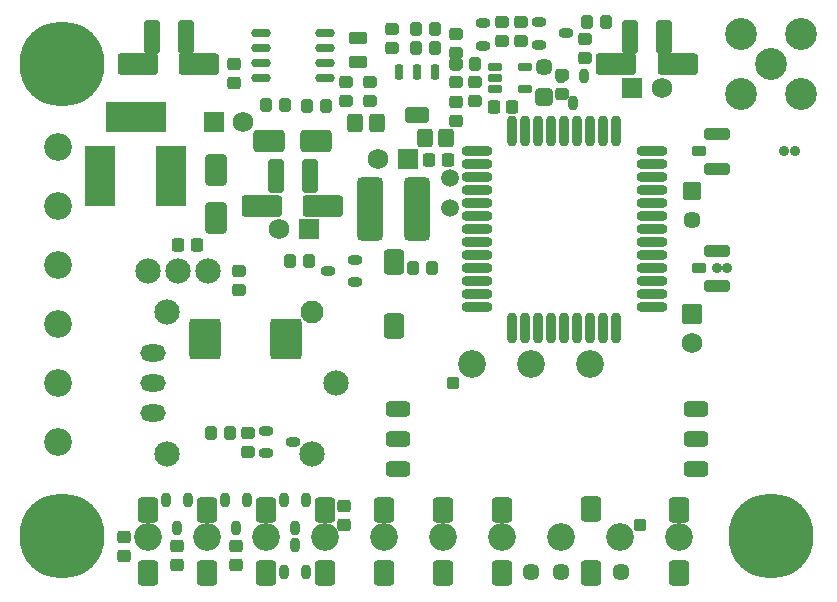
<source format=gts>
%FSLAX44Y44*%
%MOMM*%
G71*
G01*
G75*
G04 Layer_Color=8388736*
G04:AMPARAMS|DCode=10|XSize=1.6mm|YSize=2mm|CornerRadius=0.248mm|HoleSize=0mm|Usage=FLASHONLY|Rotation=180.000|XOffset=0mm|YOffset=0mm|HoleType=Round|Shape=RoundedRectangle|*
%AMROUNDEDRECTD10*
21,1,1.6000,1.5040,0,0,180.0*
21,1,1.1040,2.0000,0,0,180.0*
1,1,0.4960,-0.5520,0.7520*
1,1,0.4960,0.5520,0.7520*
1,1,0.4960,0.5520,-0.7520*
1,1,0.4960,-0.5520,-0.7520*
%
%ADD10ROUNDEDRECTD10*%
G04:AMPARAMS|DCode=11|XSize=1mm|YSize=0.95mm|CornerRadius=0.1995mm|HoleSize=0mm|Usage=FLASHONLY|Rotation=0.000|XOffset=0mm|YOffset=0mm|HoleType=Round|Shape=RoundedRectangle|*
%AMROUNDEDRECTD11*
21,1,1.0000,0.5510,0,0,0.0*
21,1,0.6010,0.9500,0,0,0.0*
1,1,0.3990,0.3005,-0.2755*
1,1,0.3990,-0.3005,-0.2755*
1,1,0.3990,-0.3005,0.2755*
1,1,0.3990,0.3005,0.2755*
%
%ADD11ROUNDEDRECTD11*%
G04:AMPARAMS|DCode=12|XSize=1.05mm|YSize=0.65mm|CornerRadius=0.2015mm|HoleSize=0mm|Usage=FLASHONLY|Rotation=90.000|XOffset=0mm|YOffset=0mm|HoleType=Round|Shape=RoundedRectangle|*
%AMROUNDEDRECTD12*
21,1,1.0500,0.2470,0,0,90.0*
21,1,0.6470,0.6500,0,0,90.0*
1,1,0.4030,0.1235,0.3235*
1,1,0.4030,0.1235,-0.3235*
1,1,0.4030,-0.1235,-0.3235*
1,1,0.4030,-0.1235,0.3235*
%
%ADD12ROUNDEDRECTD12*%
G04:AMPARAMS|DCode=13|XSize=1mm|YSize=0.9mm|CornerRadius=0.198mm|HoleSize=0mm|Usage=FLASHONLY|Rotation=180.000|XOffset=0mm|YOffset=0mm|HoleType=Round|Shape=RoundedRectangle|*
%AMROUNDEDRECTD13*
21,1,1.0000,0.5040,0,0,180.0*
21,1,0.6040,0.9000,0,0,180.0*
1,1,0.3960,-0.3020,0.2520*
1,1,0.3960,0.3020,0.2520*
1,1,0.3960,0.3020,-0.2520*
1,1,0.3960,-0.3020,-0.2520*
%
%ADD13ROUNDEDRECTD13*%
G04:AMPARAMS|DCode=14|XSize=1.05mm|YSize=0.65mm|CornerRadius=0.2015mm|HoleSize=0mm|Usage=FLASHONLY|Rotation=180.000|XOffset=0mm|YOffset=0mm|HoleType=Round|Shape=RoundedRectangle|*
%AMROUNDEDRECTD14*
21,1,1.0500,0.2470,0,0,180.0*
21,1,0.6470,0.6500,0,0,180.0*
1,1,0.4030,-0.3235,0.1235*
1,1,0.4030,0.3235,0.1235*
1,1,0.4030,0.3235,-0.1235*
1,1,0.4030,-0.3235,-0.1235*
%
%ADD14ROUNDEDRECTD14*%
G04:AMPARAMS|DCode=15|XSize=1mm|YSize=0.9mm|CornerRadius=0.198mm|HoleSize=0mm|Usage=FLASHONLY|Rotation=90.000|XOffset=0mm|YOffset=0mm|HoleType=Round|Shape=RoundedRectangle|*
%AMROUNDEDRECTD15*
21,1,1.0000,0.5040,0,0,90.0*
21,1,0.6040,0.9000,0,0,90.0*
1,1,0.3960,0.2520,0.3020*
1,1,0.3960,0.2520,-0.3020*
1,1,0.3960,-0.2520,-0.3020*
1,1,0.3960,-0.2520,0.3020*
%
%ADD15ROUNDEDRECTD15*%
G04:AMPARAMS|DCode=16|XSize=3.3mm|YSize=2.5mm|CornerRadius=0.2mm|HoleSize=0mm|Usage=FLASHONLY|Rotation=270.000|XOffset=0mm|YOffset=0mm|HoleType=Round|Shape=RoundedRectangle|*
%AMROUNDEDRECTD16*
21,1,3.3000,2.1000,0,0,270.0*
21,1,2.9000,2.5000,0,0,270.0*
1,1,0.4000,-1.0500,-1.4500*
1,1,0.4000,-1.0500,1.4500*
1,1,0.4000,1.0500,1.4500*
1,1,0.4000,1.0500,-1.4500*
%
%ADD16ROUNDEDRECTD16*%
G04:AMPARAMS|DCode=17|XSize=1.45mm|YSize=1.15mm|CornerRadius=0.2013mm|HoleSize=0mm|Usage=FLASHONLY|Rotation=270.000|XOffset=0mm|YOffset=0mm|HoleType=Round|Shape=RoundedRectangle|*
%AMROUNDEDRECTD17*
21,1,1.4500,0.7475,0,0,270.0*
21,1,1.0475,1.1500,0,0,270.0*
1,1,0.4025,-0.3738,-0.5238*
1,1,0.4025,-0.3738,0.5238*
1,1,0.4025,0.3738,0.5238*
1,1,0.4025,0.3738,-0.5238*
%
%ADD17ROUNDEDRECTD17*%
G04:AMPARAMS|DCode=18|XSize=1.2mm|YSize=0.6mm|CornerRadius=0.201mm|HoleSize=0mm|Usage=FLASHONLY|Rotation=270.000|XOffset=0mm|YOffset=0mm|HoleType=Round|Shape=RoundedRectangle|*
%AMROUNDEDRECTD18*
21,1,1.2000,0.1980,0,0,270.0*
21,1,0.7980,0.6000,0,0,270.0*
1,1,0.4020,-0.0990,-0.3990*
1,1,0.4020,-0.0990,0.3990*
1,1,0.4020,0.0990,0.3990*
1,1,0.4020,0.0990,-0.3990*
%
%ADD18ROUNDEDRECTD18*%
G04:AMPARAMS|DCode=19|XSize=1.9mm|YSize=1.2mm|CornerRadius=0.198mm|HoleSize=0mm|Usage=FLASHONLY|Rotation=0.000|XOffset=0mm|YOffset=0mm|HoleType=Round|Shape=RoundedRectangle|*
%AMROUNDEDRECTD19*
21,1,1.9000,0.8040,0,0,0.0*
21,1,1.5040,1.2000,0,0,0.0*
1,1,0.3960,0.7520,-0.4020*
1,1,0.3960,-0.7520,-0.4020*
1,1,0.3960,-0.7520,0.4020*
1,1,0.3960,0.7520,0.4020*
%
%ADD19ROUNDEDRECTD19*%
G04:AMPARAMS|DCode=20|XSize=2.5mm|YSize=1.7mm|CornerRadius=0.204mm|HoleSize=0mm|Usage=FLASHONLY|Rotation=270.000|XOffset=0mm|YOffset=0mm|HoleType=Round|Shape=RoundedRectangle|*
%AMROUNDEDRECTD20*
21,1,2.5000,1.2920,0,0,270.0*
21,1,2.0920,1.7000,0,0,270.0*
1,1,0.4080,-0.6460,-1.0460*
1,1,0.4080,-0.6460,1.0460*
1,1,0.4080,0.6460,1.0460*
1,1,0.4080,0.6460,-1.0460*
%
%ADD20ROUNDEDRECTD20*%
G04:AMPARAMS|DCode=21|XSize=2.7mm|YSize=1.2mm|CornerRadius=0.21mm|HoleSize=0mm|Usage=FLASHONLY|Rotation=90.000|XOffset=0mm|YOffset=0mm|HoleType=Round|Shape=RoundedRectangle|*
%AMROUNDEDRECTD21*
21,1,2.7000,0.7800,0,0,90.0*
21,1,2.2800,1.2000,0,0,90.0*
1,1,0.4200,0.3900,1.1400*
1,1,0.4200,0.3900,-1.1400*
1,1,0.4200,-0.3900,-1.1400*
1,1,0.4200,-0.3900,1.1400*
%
%ADD21ROUNDEDRECTD21*%
G04:AMPARAMS|DCode=22|XSize=1mm|YSize=0.95mm|CornerRadius=0.1995mm|HoleSize=0mm|Usage=FLASHONLY|Rotation=270.000|XOffset=0mm|YOffset=0mm|HoleType=Round|Shape=RoundedRectangle|*
%AMROUNDEDRECTD22*
21,1,1.0000,0.5510,0,0,270.0*
21,1,0.6010,0.9500,0,0,270.0*
1,1,0.3990,-0.2755,-0.3005*
1,1,0.3990,-0.2755,0.3005*
1,1,0.3990,0.2755,0.3005*
1,1,0.3990,0.2755,-0.3005*
%
%ADD22ROUNDEDRECTD22*%
G04:AMPARAMS|DCode=23|XSize=0.7mm|YSize=1mm|CornerRadius=0.175mm|HoleSize=0mm|Usage=FLASHONLY|Rotation=90.000|XOffset=0mm|YOffset=0mm|HoleType=Round|Shape=RoundedRectangle|*
%AMROUNDEDRECTD23*
21,1,0.7000,0.6500,0,0,90.0*
21,1,0.3500,1.0000,0,0,90.0*
1,1,0.3500,0.3250,0.1750*
1,1,0.3500,0.3250,-0.1750*
1,1,0.3500,-0.3250,-0.1750*
1,1,0.3500,-0.3250,0.1750*
%
%ADD23ROUNDEDRECTD23*%
G04:AMPARAMS|DCode=24|XSize=0.8mm|YSize=2mm|CornerRadius=0.2mm|HoleSize=0mm|Usage=FLASHONLY|Rotation=90.000|XOffset=0mm|YOffset=0mm|HoleType=Round|Shape=RoundedRectangle|*
%AMROUNDEDRECTD24*
21,1,0.8000,1.6000,0,0,90.0*
21,1,0.4000,2.0000,0,0,90.0*
1,1,0.4000,0.8000,0.2000*
1,1,0.4000,0.8000,-0.2000*
1,1,0.4000,-0.8000,-0.2000*
1,1,0.4000,-0.8000,0.2000*
%
%ADD24ROUNDEDRECTD24*%
G04:AMPARAMS|DCode=25|XSize=1.45mm|YSize=0.95mm|CornerRadius=0.1995mm|HoleSize=0mm|Usage=FLASHONLY|Rotation=0.000|XOffset=0mm|YOffset=0mm|HoleType=Round|Shape=RoundedRectangle|*
%AMROUNDEDRECTD25*
21,1,1.4500,0.5510,0,0,0.0*
21,1,1.0510,0.9500,0,0,0.0*
1,1,0.3990,0.5255,-0.2755*
1,1,0.3990,-0.5255,-0.2755*
1,1,0.3990,-0.5255,0.2755*
1,1,0.3990,0.5255,0.2755*
%
%ADD25ROUNDEDRECTD25*%
%ADD26O,1.5500X0.6000*%
G04:AMPARAMS|DCode=27|XSize=5.2mm|YSize=2mm|CornerRadius=0.25mm|HoleSize=0mm|Usage=FLASHONLY|Rotation=270.000|XOffset=0mm|YOffset=0mm|HoleType=Round|Shape=RoundedRectangle|*
%AMROUNDEDRECTD27*
21,1,5.2000,1.5000,0,0,270.0*
21,1,4.7000,2.0000,0,0,270.0*
1,1,0.5000,-0.7500,-2.3500*
1,1,0.5000,-0.7500,2.3500*
1,1,0.5000,0.7500,2.3500*
1,1,0.5000,0.7500,-2.3500*
%
%ADD27ROUNDEDRECTD27*%
G04:AMPARAMS|DCode=28|XSize=2.5mm|YSize=1.7mm|CornerRadius=0.204mm|HoleSize=0mm|Usage=FLASHONLY|Rotation=180.000|XOffset=0mm|YOffset=0mm|HoleType=Round|Shape=RoundedRectangle|*
%AMROUNDEDRECTD28*
21,1,2.5000,1.2920,0,0,180.0*
21,1,2.0920,1.7000,0,0,180.0*
1,1,0.4080,-1.0460,0.6460*
1,1,0.4080,1.0460,0.6460*
1,1,0.4080,1.0460,-0.6460*
1,1,0.4080,-1.0460,-0.6460*
%
%ADD28ROUNDEDRECTD28*%
G04:AMPARAMS|DCode=29|XSize=3.3mm|YSize=1.65mm|CornerRadius=0.198mm|HoleSize=0mm|Usage=FLASHONLY|Rotation=180.000|XOffset=0mm|YOffset=0mm|HoleType=Round|Shape=RoundedRectangle|*
%AMROUNDEDRECTD29*
21,1,3.3000,1.2540,0,0,180.0*
21,1,2.9040,1.6500,0,0,180.0*
1,1,0.3960,-1.4520,0.6270*
1,1,0.3960,1.4520,0.6270*
1,1,0.3960,1.4520,-0.6270*
1,1,0.3960,-1.4520,-0.6270*
%
%ADD29ROUNDEDRECTD29*%
G04:AMPARAMS|DCode=30|XSize=1.2mm|YSize=2mm|CornerRadius=0.3mm|HoleSize=0mm|Usage=FLASHONLY|Rotation=270.000|XOffset=0mm|YOffset=0mm|HoleType=Round|Shape=RoundedRectangle|*
%AMROUNDEDRECTD30*
21,1,1.2000,1.4000,0,0,270.0*
21,1,0.6000,2.0000,0,0,270.0*
1,1,0.6000,-0.7000,-0.3000*
1,1,0.6000,-0.7000,0.3000*
1,1,0.6000,0.7000,0.3000*
1,1,0.6000,0.7000,-0.3000*
%
%ADD30ROUNDEDRECTD30*%
%ADD31O,2.5000X0.7000*%
%ADD32O,0.7000X2.5000*%
G04:AMPARAMS|DCode=33|XSize=0.67mm|YSize=0.67mm|CornerRadius=0.1508mm|HoleSize=0mm|Usage=FLASHONLY|Rotation=180.000|XOffset=0mm|YOffset=0mm|HoleType=Round|Shape=RoundedRectangle|*
%AMROUNDEDRECTD33*
21,1,0.6700,0.3685,0,0,180.0*
21,1,0.3685,0.6700,0,0,180.0*
1,1,0.3015,-0.1843,0.1843*
1,1,0.3015,0.1843,0.1843*
1,1,0.3015,0.1843,-0.1843*
1,1,0.3015,-0.1843,-0.1843*
%
%ADD33ROUNDEDRECTD33*%
G04:AMPARAMS|DCode=34|XSize=1.1mm|YSize=0.6mm|CornerRadius=0.201mm|HoleSize=0mm|Usage=FLASHONLY|Rotation=0.000|XOffset=0mm|YOffset=0mm|HoleType=Round|Shape=RoundedRectangle|*
%AMROUNDEDRECTD34*
21,1,1.1000,0.1980,0,0,0.0*
21,1,0.6980,0.6000,0,0,0.0*
1,1,0.4020,0.3490,-0.0990*
1,1,0.4020,-0.3490,-0.0990*
1,1,0.4020,-0.3490,0.0990*
1,1,0.4020,0.3490,0.0990*
%
%ADD34ROUNDEDRECTD34*%
%ADD35O,1.5000X0.5000*%
%ADD36O,0.5000X2.5000*%
G04:AMPARAMS|DCode=37|XSize=0.7mm|YSize=1.5mm|CornerRadius=0.175mm|HoleSize=0mm|Usage=FLASHONLY|Rotation=90.000|XOffset=0mm|YOffset=0mm|HoleType=Round|Shape=RoundedRectangle|*
%AMROUNDEDRECTD37*
21,1,0.7000,1.1500,0,0,90.0*
21,1,0.3500,1.5000,0,0,90.0*
1,1,0.3500,0.5750,0.1750*
1,1,0.3500,0.5750,-0.1750*
1,1,0.3500,-0.5750,-0.1750*
1,1,0.3500,-0.5750,0.1750*
%
%ADD37ROUNDEDRECTD37*%
%ADD38O,2.5000X0.5000*%
%ADD39C,0.5000*%
%ADD40C,0.4000*%
%ADD41C,0.8000*%
%ADD42C,0.6000*%
%ADD43C,0.6500*%
%ADD44C,0.2500*%
%ADD45C,0.7000*%
%ADD46C,1.5000*%
%ADD47C,2.0000*%
%ADD48C,2.0000*%
%ADD49C,2.2000*%
%ADD50C,1.3000*%
G04:AMPARAMS|DCode=51|XSize=1.3mm|YSize=1.3mm|CornerRadius=0.325mm|HoleSize=0mm|Usage=FLASHONLY|Rotation=0.000|XOffset=0mm|YOffset=0mm|HoleType=Round|Shape=RoundedRectangle|*
%AMROUNDEDRECTD51*
21,1,1.3000,0.6500,0,0,0.0*
21,1,0.6500,1.3000,0,0,0.0*
1,1,0.6500,0.3250,-0.3250*
1,1,0.6500,-0.3250,-0.3250*
1,1,0.6500,-0.3250,0.3250*
1,1,0.6500,0.3250,0.3250*
%
%ADD51ROUNDEDRECTD51*%
G04:AMPARAMS|DCode=52|XSize=1.3mm|YSize=1.3mm|CornerRadius=0.1625mm|HoleSize=0mm|Usage=FLASHONLY|Rotation=270.000|XOffset=0mm|YOffset=0mm|HoleType=Round|Shape=RoundedRectangle|*
%AMROUNDEDRECTD52*
21,1,1.3000,0.9750,0,0,270.0*
21,1,0.9750,1.3000,0,0,270.0*
1,1,0.3250,-0.4875,-0.4875*
1,1,0.3250,-0.4875,0.4875*
1,1,0.3250,0.4875,0.4875*
1,1,0.3250,0.4875,-0.4875*
%
%ADD52ROUNDEDRECTD52*%
%ADD53R,2.5000X5.0000*%
%ADD54R,5.0000X2.5000*%
%ADD55O,2.0000X1.3000*%
%ADD56R,1.6000X1.6000*%
%ADD57C,1.6000*%
G04:AMPARAMS|DCode=58|XSize=1.6mm|YSize=1.6mm|CornerRadius=0.2mm|HoleSize=0mm|Usage=FLASHONLY|Rotation=270.000|XOffset=0mm|YOffset=0mm|HoleType=Round|Shape=RoundedRectangle|*
%AMROUNDEDRECTD58*
21,1,1.6000,1.2000,0,0,270.0*
21,1,1.2000,1.6000,0,0,270.0*
1,1,0.4000,-0.6000,-0.6000*
1,1,0.4000,-0.6000,0.6000*
1,1,0.4000,0.6000,0.6000*
1,1,0.4000,0.6000,-0.6000*
%
%ADD58ROUNDEDRECTD58*%
%ADD59C,1.8000*%
G04:AMPARAMS|DCode=60|XSize=1.4mm|YSize=1.4mm|CornerRadius=0.175mm|HoleSize=0mm|Usage=FLASHONLY|Rotation=270.000|XOffset=0mm|YOffset=0mm|HoleType=Round|Shape=RoundedRectangle|*
%AMROUNDEDRECTD60*
21,1,1.4000,1.0500,0,0,270.0*
21,1,1.0500,1.4000,0,0,270.0*
1,1,0.3500,-0.5250,-0.5250*
1,1,0.3500,-0.5250,0.5250*
1,1,0.3500,0.5250,0.5250*
1,1,0.3500,0.5250,-0.5250*
%
%ADD60ROUNDEDRECTD60*%
%ADD61C,2.5000*%
G04:AMPARAMS|DCode=62|XSize=1mm|YSize=1mm|CornerRadius=0.25mm|HoleSize=0mm|Usage=FLASHONLY|Rotation=180.000|XOffset=0mm|YOffset=0mm|HoleType=Round|Shape=RoundedRectangle|*
%AMROUNDEDRECTD62*
21,1,1.0000,0.5000,0,0,180.0*
21,1,0.5000,1.0000,0,0,180.0*
1,1,0.5000,-0.2500,0.2500*
1,1,0.5000,0.2500,0.2500*
1,1,0.5000,0.2500,-0.2500*
1,1,0.5000,-0.2500,-0.2500*
%
%ADD62ROUNDEDRECTD62*%
%ADD63C,7.0000*%
%ADD64C,1.0000*%
G04:AMPARAMS|DCode=65|XSize=0.7mm|YSize=2.5mm|CornerRadius=0.175mm|HoleSize=0mm|Usage=FLASHONLY|Rotation=270.000|XOffset=0mm|YOffset=0mm|HoleType=Round|Shape=RoundedRectangle|*
%AMROUNDEDRECTD65*
21,1,0.7000,2.1500,0,0,270.0*
21,1,0.3500,2.5000,0,0,270.0*
1,1,0.3500,-1.0750,-0.1750*
1,1,0.3500,-1.0750,0.1750*
1,1,0.3500,1.0750,0.1750*
1,1,0.3500,1.0750,-0.1750*
%
%ADD65ROUNDEDRECTD65*%
%ADD66C,0.2000*%
%ADD67C,0.3000*%
%ADD68C,0.1500*%
%ADD69C,0.1000*%
%ADD70C,0.2540*%
G04:AMPARAMS|DCode=71|XSize=1.75mm|YSize=2.15mm|CornerRadius=0.323mm|HoleSize=0mm|Usage=FLASHONLY|Rotation=180.000|XOffset=0mm|YOffset=0mm|HoleType=Round|Shape=RoundedRectangle|*
%AMROUNDEDRECTD71*
21,1,1.7500,1.5040,0,0,180.0*
21,1,1.1040,2.1500,0,0,180.0*
1,1,0.6460,-0.5520,0.7520*
1,1,0.6460,0.5520,0.7520*
1,1,0.6460,0.5520,-0.7520*
1,1,0.6460,-0.5520,-0.7520*
%
%ADD71ROUNDEDRECTD71*%
G04:AMPARAMS|DCode=72|XSize=1.15mm|YSize=1.1mm|CornerRadius=0.2745mm|HoleSize=0mm|Usage=FLASHONLY|Rotation=0.000|XOffset=0mm|YOffset=0mm|HoleType=Round|Shape=RoundedRectangle|*
%AMROUNDEDRECTD72*
21,1,1.1500,0.5510,0,0,0.0*
21,1,0.6010,1.1000,0,0,0.0*
1,1,0.5490,0.3005,-0.2755*
1,1,0.5490,-0.3005,-0.2755*
1,1,0.5490,-0.3005,0.2755*
1,1,0.5490,0.3005,0.2755*
%
%ADD72ROUNDEDRECTD72*%
G04:AMPARAMS|DCode=73|XSize=1.2mm|YSize=0.8mm|CornerRadius=0.2765mm|HoleSize=0mm|Usage=FLASHONLY|Rotation=90.000|XOffset=0mm|YOffset=0mm|HoleType=Round|Shape=RoundedRectangle|*
%AMROUNDEDRECTD73*
21,1,1.2000,0.2470,0,0,90.0*
21,1,0.6470,0.8000,0,0,90.0*
1,1,0.5530,0.1235,0.3235*
1,1,0.5530,0.1235,-0.3235*
1,1,0.5530,-0.1235,-0.3235*
1,1,0.5530,-0.1235,0.3235*
%
%ADD73ROUNDEDRECTD73*%
G04:AMPARAMS|DCode=74|XSize=1.15mm|YSize=1.05mm|CornerRadius=0.273mm|HoleSize=0mm|Usage=FLASHONLY|Rotation=180.000|XOffset=0mm|YOffset=0mm|HoleType=Round|Shape=RoundedRectangle|*
%AMROUNDEDRECTD74*
21,1,1.1500,0.5040,0,0,180.0*
21,1,0.6040,1.0500,0,0,180.0*
1,1,0.5460,-0.3020,0.2520*
1,1,0.5460,0.3020,0.2520*
1,1,0.5460,0.3020,-0.2520*
1,1,0.5460,-0.3020,-0.2520*
%
%ADD74ROUNDEDRECTD74*%
G04:AMPARAMS|DCode=75|XSize=1.2mm|YSize=0.8mm|CornerRadius=0.2765mm|HoleSize=0mm|Usage=FLASHONLY|Rotation=180.000|XOffset=0mm|YOffset=0mm|HoleType=Round|Shape=RoundedRectangle|*
%AMROUNDEDRECTD75*
21,1,1.2000,0.2470,0,0,180.0*
21,1,0.6470,0.8000,0,0,180.0*
1,1,0.5530,-0.3235,0.1235*
1,1,0.5530,0.3235,0.1235*
1,1,0.5530,0.3235,-0.1235*
1,1,0.5530,-0.3235,-0.1235*
%
%ADD75ROUNDEDRECTD75*%
G04:AMPARAMS|DCode=76|XSize=1.15mm|YSize=1.05mm|CornerRadius=0.273mm|HoleSize=0mm|Usage=FLASHONLY|Rotation=90.000|XOffset=0mm|YOffset=0mm|HoleType=Round|Shape=RoundedRectangle|*
%AMROUNDEDRECTD76*
21,1,1.1500,0.5040,0,0,90.0*
21,1,0.6040,1.0500,0,0,90.0*
1,1,0.5460,0.2520,0.3020*
1,1,0.5460,0.2520,-0.3020*
1,1,0.5460,-0.2520,-0.3020*
1,1,0.5460,-0.2520,0.3020*
%
%ADD76ROUNDEDRECTD76*%
G04:AMPARAMS|DCode=77|XSize=3.45mm|YSize=2.65mm|CornerRadius=0.275mm|HoleSize=0mm|Usage=FLASHONLY|Rotation=270.000|XOffset=0mm|YOffset=0mm|HoleType=Round|Shape=RoundedRectangle|*
%AMROUNDEDRECTD77*
21,1,3.4500,2.1000,0,0,270.0*
21,1,2.9000,2.6500,0,0,270.0*
1,1,0.5500,-1.0500,-1.4500*
1,1,0.5500,-1.0500,1.4500*
1,1,0.5500,1.0500,1.4500*
1,1,0.5500,1.0500,-1.4500*
%
%ADD77ROUNDEDRECTD77*%
G04:AMPARAMS|DCode=78|XSize=1.6mm|YSize=1.3mm|CornerRadius=0.2763mm|HoleSize=0mm|Usage=FLASHONLY|Rotation=270.000|XOffset=0mm|YOffset=0mm|HoleType=Round|Shape=RoundedRectangle|*
%AMROUNDEDRECTD78*
21,1,1.6000,0.7475,0,0,270.0*
21,1,1.0475,1.3000,0,0,270.0*
1,1,0.5525,-0.3738,-0.5238*
1,1,0.5525,-0.3738,0.5238*
1,1,0.5525,0.3738,0.5238*
1,1,0.5525,0.3738,-0.5238*
%
%ADD78ROUNDEDRECTD78*%
G04:AMPARAMS|DCode=79|XSize=1.35mm|YSize=0.75mm|CornerRadius=0.276mm|HoleSize=0mm|Usage=FLASHONLY|Rotation=270.000|XOffset=0mm|YOffset=0mm|HoleType=Round|Shape=RoundedRectangle|*
%AMROUNDEDRECTD79*
21,1,1.3500,0.1980,0,0,270.0*
21,1,0.7980,0.7500,0,0,270.0*
1,1,0.5520,-0.0990,-0.3990*
1,1,0.5520,-0.0990,0.3990*
1,1,0.5520,0.0990,0.3990*
1,1,0.5520,0.0990,-0.3990*
%
%ADD79ROUNDEDRECTD79*%
G04:AMPARAMS|DCode=80|XSize=2.05mm|YSize=1.35mm|CornerRadius=0.273mm|HoleSize=0mm|Usage=FLASHONLY|Rotation=0.000|XOffset=0mm|YOffset=0mm|HoleType=Round|Shape=RoundedRectangle|*
%AMROUNDEDRECTD80*
21,1,2.0500,0.8040,0,0,0.0*
21,1,1.5040,1.3500,0,0,0.0*
1,1,0.5460,0.7520,-0.4020*
1,1,0.5460,-0.7520,-0.4020*
1,1,0.5460,-0.7520,0.4020*
1,1,0.5460,0.7520,0.4020*
%
%ADD80ROUNDEDRECTD80*%
G04:AMPARAMS|DCode=81|XSize=2.65mm|YSize=1.85mm|CornerRadius=0.279mm|HoleSize=0mm|Usage=FLASHONLY|Rotation=270.000|XOffset=0mm|YOffset=0mm|HoleType=Round|Shape=RoundedRectangle|*
%AMROUNDEDRECTD81*
21,1,2.6500,1.2920,0,0,270.0*
21,1,2.0920,1.8500,0,0,270.0*
1,1,0.5580,-0.6460,-1.0460*
1,1,0.5580,-0.6460,1.0460*
1,1,0.5580,0.6460,1.0460*
1,1,0.5580,0.6460,-1.0460*
%
%ADD81ROUNDEDRECTD81*%
G04:AMPARAMS|DCode=82|XSize=2.85mm|YSize=1.35mm|CornerRadius=0.285mm|HoleSize=0mm|Usage=FLASHONLY|Rotation=90.000|XOffset=0mm|YOffset=0mm|HoleType=Round|Shape=RoundedRectangle|*
%AMROUNDEDRECTD82*
21,1,2.8500,0.7800,0,0,90.0*
21,1,2.2800,1.3500,0,0,90.0*
1,1,0.5700,0.3900,1.1400*
1,1,0.5700,0.3900,-1.1400*
1,1,0.5700,-0.3900,-1.1400*
1,1,0.5700,-0.3900,1.1400*
%
%ADD82ROUNDEDRECTD82*%
G04:AMPARAMS|DCode=83|XSize=1.15mm|YSize=1.1mm|CornerRadius=0.2745mm|HoleSize=0mm|Usage=FLASHONLY|Rotation=270.000|XOffset=0mm|YOffset=0mm|HoleType=Round|Shape=RoundedRectangle|*
%AMROUNDEDRECTD83*
21,1,1.1500,0.5510,0,0,270.0*
21,1,0.6010,1.1000,0,0,270.0*
1,1,0.5490,-0.2755,-0.3005*
1,1,0.5490,-0.2755,0.3005*
1,1,0.5490,0.2755,0.3005*
1,1,0.5490,0.2755,-0.3005*
%
%ADD83ROUNDEDRECTD83*%
G04:AMPARAMS|DCode=84|XSize=0.9032mm|YSize=1.2032mm|CornerRadius=0.2766mm|HoleSize=0mm|Usage=FLASHONLY|Rotation=90.000|XOffset=0mm|YOffset=0mm|HoleType=Round|Shape=RoundedRectangle|*
%AMROUNDEDRECTD84*
21,1,0.9032,0.6500,0,0,90.0*
21,1,0.3500,1.2032,0,0,90.0*
1,1,0.5532,0.3250,0.1750*
1,1,0.5532,0.3250,-0.1750*
1,1,0.5532,-0.3250,-0.1750*
1,1,0.5532,-0.3250,0.1750*
%
%ADD84ROUNDEDRECTD84*%
G04:AMPARAMS|DCode=85|XSize=1.0032mm|YSize=2.2032mm|CornerRadius=0.3016mm|HoleSize=0mm|Usage=FLASHONLY|Rotation=90.000|XOffset=0mm|YOffset=0mm|HoleType=Round|Shape=RoundedRectangle|*
%AMROUNDEDRECTD85*
21,1,1.0032,1.6000,0,0,90.0*
21,1,0.4000,2.2032,0,0,90.0*
1,1,0.6032,0.8000,0.2000*
1,1,0.6032,0.8000,-0.2000*
1,1,0.6032,-0.8000,-0.2000*
1,1,0.6032,-0.8000,0.2000*
%
%ADD85ROUNDEDRECTD85*%
G04:AMPARAMS|DCode=86|XSize=1.55mm|YSize=1.05mm|CornerRadius=0.2495mm|HoleSize=0mm|Usage=FLASHONLY|Rotation=0.000|XOffset=0mm|YOffset=0mm|HoleType=Round|Shape=RoundedRectangle|*
%AMROUNDEDRECTD86*
21,1,1.5500,0.5510,0,0,0.0*
21,1,1.0510,1.0500,0,0,0.0*
1,1,0.4990,0.5255,-0.2755*
1,1,0.4990,-0.5255,-0.2755*
1,1,0.4990,-0.5255,0.2755*
1,1,0.4990,0.5255,0.2755*
%
%ADD86ROUNDEDRECTD86*%
%ADD87O,1.7000X0.7500*%
G04:AMPARAMS|DCode=88|XSize=5.35mm|YSize=2.15mm|CornerRadius=0.325mm|HoleSize=0mm|Usage=FLASHONLY|Rotation=270.000|XOffset=0mm|YOffset=0mm|HoleType=Round|Shape=RoundedRectangle|*
%AMROUNDEDRECTD88*
21,1,5.3500,1.5000,0,0,270.0*
21,1,4.7000,2.1500,0,0,270.0*
1,1,0.6500,-0.7500,-2.3500*
1,1,0.6500,-0.7500,2.3500*
1,1,0.6500,0.7500,2.3500*
1,1,0.6500,0.7500,-2.3500*
%
%ADD88ROUNDEDRECTD88*%
G04:AMPARAMS|DCode=89|XSize=2.65mm|YSize=1.85mm|CornerRadius=0.279mm|HoleSize=0mm|Usage=FLASHONLY|Rotation=180.000|XOffset=0mm|YOffset=0mm|HoleType=Round|Shape=RoundedRectangle|*
%AMROUNDEDRECTD89*
21,1,2.6500,1.2920,0,0,180.0*
21,1,2.0920,1.8500,0,0,180.0*
1,1,0.5580,-1.0460,0.6460*
1,1,0.5580,1.0460,0.6460*
1,1,0.5580,1.0460,-0.6460*
1,1,0.5580,-1.0460,-0.6460*
%
%ADD89ROUNDEDRECTD89*%
G04:AMPARAMS|DCode=90|XSize=3.45mm|YSize=1.8mm|CornerRadius=0.273mm|HoleSize=0mm|Usage=FLASHONLY|Rotation=180.000|XOffset=0mm|YOffset=0mm|HoleType=Round|Shape=RoundedRectangle|*
%AMROUNDEDRECTD90*
21,1,3.4500,1.2540,0,0,180.0*
21,1,2.9040,1.8000,0,0,180.0*
1,1,0.5460,-1.4520,0.6270*
1,1,0.5460,1.4520,0.6270*
1,1,0.5460,1.4520,-0.6270*
1,1,0.5460,-1.4520,-0.6270*
%
%ADD90ROUNDEDRECTD90*%
G04:AMPARAMS|DCode=91|XSize=1.3mm|YSize=2.1mm|CornerRadius=0.35mm|HoleSize=0mm|Usage=FLASHONLY|Rotation=270.000|XOffset=0mm|YOffset=0mm|HoleType=Round|Shape=RoundedRectangle|*
%AMROUNDEDRECTD91*
21,1,1.3000,1.4000,0,0,270.0*
21,1,0.6000,2.1000,0,0,270.0*
1,1,0.7000,-0.7000,-0.3000*
1,1,0.7000,-0.7000,0.3000*
1,1,0.7000,0.7000,0.3000*
1,1,0.7000,0.7000,-0.3000*
%
%ADD91ROUNDEDRECTD91*%
%ADD92O,2.6500X0.8500*%
%ADD93O,0.8500X2.6500*%
G04:AMPARAMS|DCode=94|XSize=0.77mm|YSize=0.77mm|CornerRadius=0.2008mm|HoleSize=0mm|Usage=FLASHONLY|Rotation=180.000|XOffset=0mm|YOffset=0mm|HoleType=Round|Shape=RoundedRectangle|*
%AMROUNDEDRECTD94*
21,1,0.7700,0.3685,0,0,180.0*
21,1,0.3685,0.7700,0,0,180.0*
1,1,0.4015,-0.1843,0.1843*
1,1,0.4015,0.1843,0.1843*
1,1,0.4015,0.1843,-0.1843*
1,1,0.4015,-0.1843,-0.1843*
%
%ADD94ROUNDEDRECTD94*%
G04:AMPARAMS|DCode=95|XSize=1.25mm|YSize=0.75mm|CornerRadius=0.276mm|HoleSize=0mm|Usage=FLASHONLY|Rotation=0.000|XOffset=0mm|YOffset=0mm|HoleType=Round|Shape=RoundedRectangle|*
%AMROUNDEDRECTD95*
21,1,1.2500,0.1980,0,0,0.0*
21,1,0.6980,0.7500,0,0,0.0*
1,1,0.5520,0.3490,-0.0990*
1,1,0.5520,-0.3490,-0.0990*
1,1,0.5520,-0.3490,0.0990*
1,1,0.5520,0.3490,0.0990*
%
%ADD95ROUNDEDRECTD95*%
%ADD96C,2.1500*%
%ADD97C,2.3500*%
%ADD98C,1.4500*%
G04:AMPARAMS|DCode=99|XSize=1.45mm|YSize=1.45mm|CornerRadius=0.4mm|HoleSize=0mm|Usage=FLASHONLY|Rotation=0.000|XOffset=0mm|YOffset=0mm|HoleType=Round|Shape=RoundedRectangle|*
%AMROUNDEDRECTD99*
21,1,1.4500,0.6500,0,0,0.0*
21,1,0.6500,1.4500,0,0,0.0*
1,1,0.8000,0.3250,-0.3250*
1,1,0.8000,-0.3250,-0.3250*
1,1,0.8000,-0.3250,0.3250*
1,1,0.8000,0.3250,0.3250*
%
%ADD99ROUNDEDRECTD99*%
G04:AMPARAMS|DCode=100|XSize=1.45mm|YSize=1.45mm|CornerRadius=0.2375mm|HoleSize=0mm|Usage=FLASHONLY|Rotation=270.000|XOffset=0mm|YOffset=0mm|HoleType=Round|Shape=RoundedRectangle|*
%AMROUNDEDRECTD100*
21,1,1.4500,0.9750,0,0,270.0*
21,1,0.9750,1.4500,0,0,270.0*
1,1,0.4750,-0.4875,-0.4875*
1,1,0.4750,-0.4875,0.4875*
1,1,0.4750,0.4875,0.4875*
1,1,0.4750,0.4875,-0.4875*
%
%ADD100ROUNDEDRECTD100*%
%ADD101R,2.6500X5.1500*%
%ADD102R,5.1500X2.6500*%
%ADD103O,2.1500X1.4500*%
%ADD104R,1.7500X1.7500*%
%ADD105C,1.7500*%
G04:AMPARAMS|DCode=106|XSize=1.75mm|YSize=1.75mm|CornerRadius=0.275mm|HoleSize=0mm|Usage=FLASHONLY|Rotation=270.000|XOffset=0mm|YOffset=0mm|HoleType=Round|Shape=RoundedRectangle|*
%AMROUNDEDRECTD106*
21,1,1.7500,1.2000,0,0,270.0*
21,1,1.2000,1.7500,0,0,270.0*
1,1,0.5500,-0.6000,-0.6000*
1,1,0.5500,-0.6000,0.6000*
1,1,0.5500,0.6000,0.6000*
1,1,0.5500,0.6000,-0.6000*
%
%ADD106ROUNDEDRECTD106*%
%ADD107C,1.9500*%
G04:AMPARAMS|DCode=108|XSize=1.55mm|YSize=1.55mm|CornerRadius=0.25mm|HoleSize=0mm|Usage=FLASHONLY|Rotation=270.000|XOffset=0mm|YOffset=0mm|HoleType=Round|Shape=RoundedRectangle|*
%AMROUNDEDRECTD108*
21,1,1.5500,1.0500,0,0,270.0*
21,1,1.0500,1.5500,0,0,270.0*
1,1,0.5000,-0.5250,-0.5250*
1,1,0.5000,-0.5250,0.5250*
1,1,0.5000,0.5250,0.5250*
1,1,0.5000,0.5250,-0.5250*
%
%ADD108ROUNDEDRECTD108*%
%ADD109C,2.7032*%
G04:AMPARAMS|DCode=110|XSize=1.1mm|YSize=1.1mm|CornerRadius=0.3mm|HoleSize=0mm|Usage=FLASHONLY|Rotation=180.000|XOffset=0mm|YOffset=0mm|HoleType=Round|Shape=RoundedRectangle|*
%AMROUNDEDRECTD110*
21,1,1.1000,0.5000,0,0,180.0*
21,1,0.5000,1.1000,0,0,180.0*
1,1,0.6000,-0.2500,0.2500*
1,1,0.6000,0.2500,0.2500*
1,1,0.6000,0.2500,-0.2500*
1,1,0.6000,-0.2500,-0.2500*
%
%ADD110ROUNDEDRECTD110*%
%ADD111C,7.2032*%
%ADD112C,1.5032*%
D71*
X172000Y18750D02*
D03*
Y72750D02*
D03*
X272000Y18750D02*
D03*
Y72750D02*
D03*
X222000Y18750D02*
D03*
Y72750D02*
D03*
X322000Y18750D02*
D03*
Y72750D02*
D03*
X372000Y18750D02*
D03*
Y72750D02*
D03*
X422000Y18750D02*
D03*
Y72750D02*
D03*
X497250Y19250D02*
D03*
Y73250D02*
D03*
X572000Y18750D02*
D03*
Y72750D02*
D03*
X122000D02*
D03*
Y18750D02*
D03*
X330750Y282000D02*
D03*
Y228000D02*
D03*
D72*
X101750Y33250D02*
D03*
Y49250D02*
D03*
X147000Y26000D02*
D03*
Y42000D02*
D03*
X197000Y26000D02*
D03*
Y42000D02*
D03*
X288196Y75500D02*
D03*
Y59500D02*
D03*
X383000Y402000D02*
D03*
Y418000D02*
D03*
X195000Y434000D02*
D03*
Y450000D02*
D03*
D73*
X237500Y19750D02*
D03*
X256500D02*
D03*
X247000Y42750D02*
D03*
X256500Y80500D02*
D03*
X237500D02*
D03*
X247000Y57500D02*
D03*
X482000Y416944D02*
D03*
X472500Y439944D02*
D03*
X491500D02*
D03*
X147000Y57500D02*
D03*
X137500Y80500D02*
D03*
X156500D02*
D03*
X197000Y57500D02*
D03*
X187500Y80500D02*
D03*
X206500D02*
D03*
D74*
X383000Y450400D02*
D03*
Y434400D02*
D03*
X399000Y434858D02*
D03*
Y418858D02*
D03*
X328815Y463500D02*
D03*
Y479500D02*
D03*
X206750Y121750D02*
D03*
Y137750D02*
D03*
X290000Y419000D02*
D03*
Y435000D02*
D03*
X310000D02*
D03*
Y419000D02*
D03*
X473032Y440500D02*
D03*
Y424500D02*
D03*
X492000Y471000D02*
D03*
Y455000D02*
D03*
X422000Y469500D02*
D03*
Y485500D02*
D03*
X383000Y475106D02*
D03*
Y459106D02*
D03*
X438000Y485500D02*
D03*
Y469500D02*
D03*
X199500Y274500D02*
D03*
Y258500D02*
D03*
D75*
X406000Y465400D02*
D03*
Y484400D02*
D03*
X383000Y474900D02*
D03*
X222250Y139250D02*
D03*
Y120250D02*
D03*
X245250Y129750D02*
D03*
X274750Y275000D02*
D03*
X297750Y284500D02*
D03*
Y265500D02*
D03*
X476500Y476000D02*
D03*
X453500Y466500D02*
D03*
Y485500D02*
D03*
D76*
X399000Y449900D02*
D03*
X383000D02*
D03*
X349579Y479500D02*
D03*
X365579D02*
D03*
Y463500D02*
D03*
X349579D02*
D03*
X238000Y415000D02*
D03*
X222000D02*
D03*
X273000Y414500D02*
D03*
X257000D02*
D03*
X243000Y283500D02*
D03*
X259000D02*
D03*
X362750Y277000D02*
D03*
X346750D02*
D03*
X175750Y137750D02*
D03*
X191750D02*
D03*
X510000Y486000D02*
D03*
X494000D02*
D03*
D77*
X171000Y217000D02*
D03*
X239000D02*
D03*
D78*
X298000Y400000D02*
D03*
X316000D02*
D03*
X375000Y387000D02*
D03*
X357000D02*
D03*
D79*
X365000Y443500D02*
D03*
X350000D02*
D03*
X335000D02*
D03*
D80*
X350000Y406500D02*
D03*
D81*
X180000Y360000D02*
D03*
Y320000D02*
D03*
D82*
X154500Y472750D02*
D03*
X125500D02*
D03*
X259500Y355000D02*
D03*
X230500D02*
D03*
X559500Y472750D02*
D03*
X530500D02*
D03*
D83*
X415000Y414000D02*
D03*
X431000D02*
D03*
X376000Y369000D02*
D03*
X360000D02*
D03*
X163500Y296500D02*
D03*
X147500D02*
D03*
D84*
X589100Y277000D02*
D03*
Y376000D02*
D03*
D85*
X604100Y262000D02*
D03*
Y292000D02*
D03*
Y391000D02*
D03*
Y361000D02*
D03*
D86*
X300000Y452000D02*
D03*
Y472000D02*
D03*
D87*
X272000Y476050D02*
D03*
Y463350D02*
D03*
Y450650D02*
D03*
Y437954D02*
D03*
X218000D02*
D03*
Y450650D02*
D03*
Y463350D02*
D03*
Y476050D02*
D03*
D88*
X310000Y327000D02*
D03*
X350000D02*
D03*
D89*
X265000Y385000D02*
D03*
X225000D02*
D03*
D90*
X114000Y450000D02*
D03*
X166000D02*
D03*
X571000D02*
D03*
X519000D02*
D03*
X271000Y330000D02*
D03*
X219000D02*
D03*
D91*
X334000Y132700D02*
D03*
X586000Y107300D02*
D03*
Y132700D02*
D03*
Y158100D02*
D03*
X334000D02*
D03*
Y107300D02*
D03*
D92*
X401000Y244000D02*
D03*
Y255000D02*
D03*
Y266000D02*
D03*
Y277000D02*
D03*
Y288000D02*
D03*
Y299000D02*
D03*
Y310000D02*
D03*
Y321000D02*
D03*
Y332000D02*
D03*
Y343000D02*
D03*
Y354000D02*
D03*
Y365000D02*
D03*
Y376000D02*
D03*
X549000D02*
D03*
Y365000D02*
D03*
Y354000D02*
D03*
Y343000D02*
D03*
Y332000D02*
D03*
Y321000D02*
D03*
Y310000D02*
D03*
Y299000D02*
D03*
Y288000D02*
D03*
Y277000D02*
D03*
Y266000D02*
D03*
Y255000D02*
D03*
Y244000D02*
D03*
D93*
X431000Y226500D02*
D03*
X442000D02*
D03*
X453000D02*
D03*
X464000D02*
D03*
X475000D02*
D03*
X486000D02*
D03*
X497000D02*
D03*
X508000D02*
D03*
X519000D02*
D03*
Y393500D02*
D03*
X508000D02*
D03*
X497000D02*
D03*
X486000D02*
D03*
X475000D02*
D03*
X464000D02*
D03*
X453000D02*
D03*
X442000D02*
D03*
X431000D02*
D03*
D94*
X669900Y376000D02*
D03*
X661100D02*
D03*
X612900Y277000D02*
D03*
X604100D02*
D03*
D95*
X416000Y447500D02*
D03*
Y438000D02*
D03*
Y428500D02*
D03*
X442000D02*
D03*
Y447500D02*
D03*
D96*
X173500Y274500D02*
D03*
X148000D02*
D03*
X122500D02*
D03*
X138500Y240000D02*
D03*
Y120000D02*
D03*
X281500Y180000D02*
D03*
X261500Y120000D02*
D03*
D97*
X572000Y49500D02*
D03*
X522000D02*
D03*
X372000D02*
D03*
X322000D02*
D03*
X472000D02*
D03*
X422000D02*
D03*
X46500Y380000D02*
D03*
Y330000D02*
D03*
Y280000D02*
D03*
X272000Y49500D02*
D03*
X222000D02*
D03*
X46500Y230000D02*
D03*
Y180000D02*
D03*
Y130000D02*
D03*
X122000Y49500D02*
D03*
X172000D02*
D03*
X397000Y196189D02*
D03*
X497000D02*
D03*
X447000D02*
D03*
D98*
X522600Y20000D02*
D03*
X471800D02*
D03*
X446400D02*
D03*
X457444Y447700D02*
D03*
X582751Y317784D02*
D03*
D99*
X497200Y20000D02*
D03*
D100*
X457444Y422300D02*
D03*
D101*
X142000Y355000D02*
D03*
X82000D02*
D03*
D102*
X112000Y405000D02*
D03*
D103*
X126500Y154500D02*
D03*
Y180000D02*
D03*
Y205500D02*
D03*
D104*
X532500Y430000D02*
D03*
X342500Y370000D02*
D03*
X178151Y401000D02*
D03*
X258707Y310000D02*
D03*
D105*
X557500Y430000D02*
D03*
X582751Y213500D02*
D03*
X317500Y370000D02*
D03*
X203151Y401000D02*
D03*
X233707Y310000D02*
D03*
D106*
X582751Y238500D02*
D03*
D107*
X261500Y240000D02*
D03*
D108*
X582751Y342784D02*
D03*
D109*
X624600Y424600D02*
D03*
Y475400D02*
D03*
X675400D02*
D03*
X650000Y450000D02*
D03*
X675400Y424600D02*
D03*
D110*
X539000Y60000D02*
D03*
X381000Y180000D02*
D03*
D111*
X50000Y50000D02*
D03*
Y450000D02*
D03*
X650000Y50000D02*
D03*
D112*
X378000Y328300D02*
D03*
Y353700D02*
D03*
M02*

</source>
